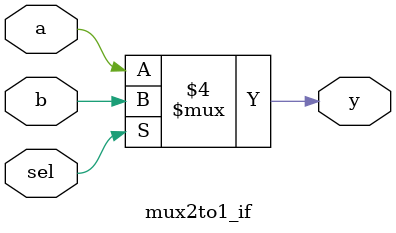
<source format=v>
module mux2to1_if (
	input wire a,      // input 0
	input wire b,      // input 1
	input wire sel,    // select line
	output reg y       // output
);
	always @(*) begin
		if (sel == 1'b0)
			y = a;
		else
		        y = b;
	end
endmodule


</source>
